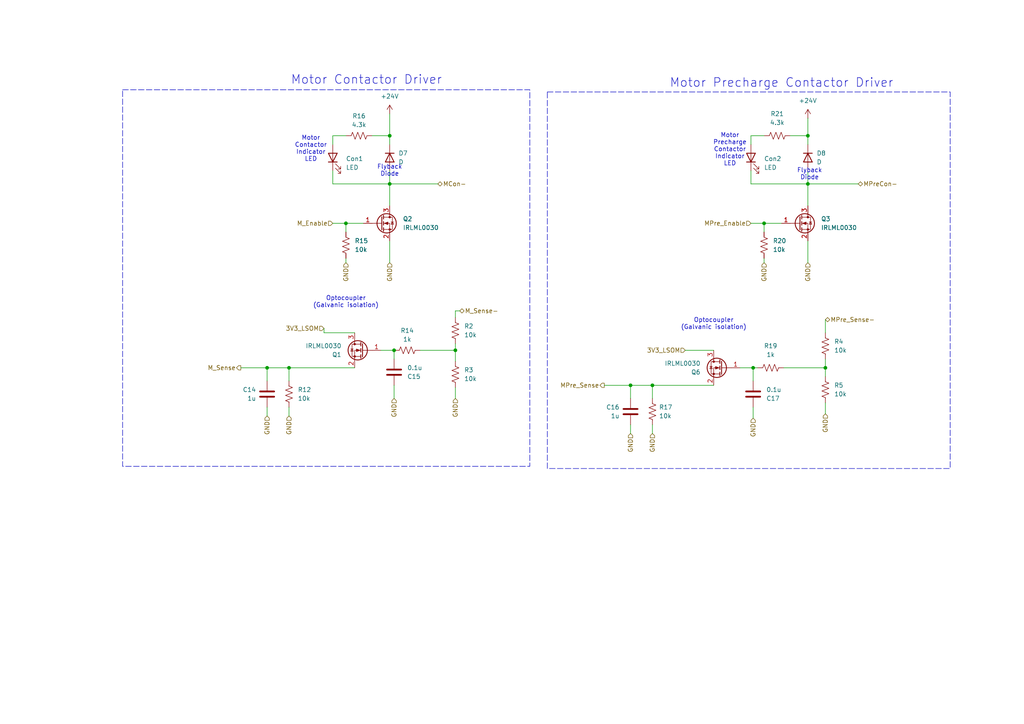
<source format=kicad_sch>
(kicad_sch (version 20250114) (generator "eeschema") (generator_version "9.0")
  (paper "A4")
  (lib_symbols
    (symbol "Device:C" (pin_numbers (hide yes)) (pin_names (offset 0.254))
      (property "Reference" "C" (at 0.635 2.54 0))
      (property "Value" "C" (at 0.635 -2.54 0))
      (symbol "C_0_1"
        (polyline (pts (xy -2.032 0.762) (xy 2.032 0.762)) (stroke (width 0.508)))
        (polyline (pts (xy -2.032 -0.762) (xy 2.032 -0.762)) (stroke (width 0.508)))
      )
      (symbol "C_1_1"
        (pin passive line (at 0 3.81 270) (length 2.794) (name "~") (number "1"))
        (pin passive line (at 0 -3.81 90) (length 2.794) (name "~") (number "2"))
      )
    )
    (symbol "Device:D" (pin_numbers (hide yes)) (pin_names (offset 1.016) (hide yes))
      (property "Reference" "D" (at 0 2.54 0))
      (property "Value" "D" (at 0 -2.54 0))
      (symbol "D_0_1"
        (polyline (pts (xy -1.27 1.27) (xy -1.27 -1.27)) (stroke (width 0.254)))
        (polyline (pts (xy 1.27 1.27) (xy 1.27 -1.27) (xy -1.27 0) (xy 1.27 1.27)) (stroke (width 0.254)))
        (polyline (pts (xy 1.27 0) (xy -1.27 0)))
      )
      (symbol "D_1_1"
        (pin passive line (at -3.81 0 0) (length 2.54) (name "K") (number "1"))
        (pin passive line (at 3.81 0 180) (length 2.54) (name "A") (number "2"))
      )
    )
    (symbol "Device:LED" (pin_numbers (hide yes)) (pin_names (offset 1.016) (hide yes))
      (property "Reference" "D" (at 0 2.54 0))
      (property "Value" "LED" (at 0 -2.54 0))
      (symbol "LED_0_1"
        (polyline (pts (xy -3.048 -0.762) (xy -4.572 -2.286) (xy -3.81 -2.286) (xy -4.572 -2.286) (xy -4.572 -1.524)))
        (polyline (pts (xy -1.778 -0.762) (xy -3.302 -2.286) (xy -2.54 -2.286) (xy -3.302 -2.286) (xy -3.302 -1.524)))
        (polyline (pts (xy -1.27 0) (xy 1.27 0)))
        (polyline (pts (xy -1.27 -1.27) (xy -1.27 1.27)) (stroke (width 0.254)))
        (polyline (pts (xy 1.27 -1.27) (xy 1.27 1.27) (xy -1.27 0) (xy 1.27 -1.27)) (stroke (width 0.254)))
      )
      (symbol "LED_1_1"
        (pin passive line (at -3.81 0 0) (length 2.54) (name "K") (number "1"))
        (pin passive line (at 3.81 0 180) (length 2.54) (name "A") (number "2"))
      )
    )
    (symbol "Device:R_US" (pin_numbers (hide yes)) (pin_names (offset 0))
      (property "Reference" "R" (at 2.54 0 90))
      (property "Value" "R_US" (at -2.54 0 90))
      (symbol "R_US_0_1"
        (polyline (pts (xy 0 2.286) (xy 0 2.54)))
        (polyline (pts (xy 0 2.286) (xy 1.016 1.905) (xy 0 1.524) (xy -1.016 1.143) (xy 0 0.762)))
        (polyline (pts (xy 0 0.762) (xy 1.016 0.381) (xy 0 0) (xy -1.016 -0.381) (xy 0 -0.762)))
        (polyline (pts (xy 0 -0.762) (xy 1.016 -1.143) (xy 0 -1.524) (xy -1.016 -1.905) (xy 0 -2.286)))
        (polyline (pts (xy 0 -2.286) (xy 0 -2.54)))
      )
      (symbol "R_US_1_1"
        (pin passive line (at 0 3.81 270) (length 1.27) (name "~") (number "1"))
        (pin passive line (at 0 -3.81 90) (length 1.27) (name "~") (number "2"))
      )
    )
    (symbol "Transistor_FET:IRLML0030" (pin_names (offset 0) (hide yes))
      (property "Reference" "Q" (at 5.08 1.905 0))
      (property "Value" "IRLML0030" (at 5.08 0 0))
      (symbol "IRLML0030_0_1"
        (polyline (pts (xy 0.254 1.905) (xy 0.254 -1.905)) (stroke (width 0.254)))
        (polyline (pts (xy 0.254 0) (xy -2.54 0)))
        (polyline (pts (xy 0.762 2.286) (xy 0.762 1.27)) (stroke (width 0.254)))
        (polyline (pts (xy 0.762 0.508) (xy 0.762 -0.508)) (stroke (width 0.254)))
        (polyline (pts (xy 0.762 -1.27) (xy 0.762 -2.286)) (stroke (width 0.254)))
        (polyline (pts (xy 0.762 -1.778) (xy 3.302 -1.778) (xy 3.302 1.778) (xy 0.762 1.778)))
        (polyline (pts (xy 1.016 0) (xy 2.032 0.381) (xy 2.032 -0.381) (xy 1.016 0)) (fill (type outline)))
        (circle (center 1.651 0) (radius 2.794) (stroke (width 0.254)))
        (polyline (pts (xy 2.54 2.54) (xy 2.54 1.778)))
        (circle (center 2.54 1.778) (radius 0.254) (fill (type outline)))
        (circle (center 2.54 -1.778) (radius 0.254) (fill (type outline)))
        (polyline (pts (xy 2.54 -2.54) (xy 2.54 0) (xy 0.762 0)))
        (polyline (pts (xy 2.921 0.381) (xy 3.683 0.381)))
        (polyline (pts (xy 3.302 0.381) (xy 2.921 -0.254) (xy 3.683 -0.254) (xy 3.302 0.381)))
      )
      (symbol "IRLML0030_1_1"
        (pin input line (at -5.08 0 0) (length 2.54) (name "G") (number "1"))
        (pin passive line (at 2.54 5.08 270) (length 2.54) (name "D") (number "3"))
        (pin passive line (at 2.54 -5.08 90) (length 2.54) (name "S") (number "2"))
      )
    )
    (symbol "power:+12V" (power) (pin_numbers (hide yes)) (pin_names (offset 0) (hide yes))
      (property "Value" "+12V" (at 0 3.556 0))
      (symbol "+12V_0_1"
        (polyline (pts (xy -0.762 1.27) (xy 0 2.54)))
        (polyline (pts (xy 0 2.54) (xy 0.762 1.27)))
        (polyline (pts (xy 0 0) (xy 0 2.54)))
      )
      (symbol "+12V_1_1"
        (pin power_in line (at 0 0 90) (length 0) (name "~") (number "1"))
      )
    )
  )
  (rectangle (start 35.56 26.035) (end 153.67 135.255) (stroke (width 0) (type dash)))
  (rectangle (start 158.75 26.67) (end 275.59 135.89) (stroke (width 0) (type dash)))
  (text "Motor Precharge Contactor Driver" (at 226.695 24.13 0) (effects (font (size 2.54 2.54))))
  (text "Optocoupler\n(Galvanic isolation)" (at 100.33 87.63 0) (effects (font (size 1.27 1.27))))
  (text "Motor\nContactor\nIndicator\nLED" (at 90.17 43.18 0) (effects (font (size 1.27 1.27))))
  (text "Motor Contactor Driver" (at 106.299 23.241 0) (effects (font (size 2.54 2.54))))
  (text "Flyback\nDiode" (at 234.823 50.546 0) (effects (font (size 1.27 1.27))))
  (text "Motor\nPrecharge\nContactor\nIndicator\nLED" (at 211.709 43.434 0) (effects (font (size 1.27 1.27))))
  (text "Optocoupler\n(Galvanic isolation)" (at 207.01 93.98 0) (effects (font (size 1.27 1.27))))
  (text "Flyback\nDiode" (at 113.03 49.53 0) (effects (font (size 1.27 1.27))))
  (junction (at 114.3 101.6))
  (junction (at 189.23 111.76))
  (junction (at 221.615 64.77))
  (junction (at 113.03 53.34))
  (junction (at 182.88 111.76))
  (junction (at 83.82 106.68))
  (junction (at 234.315 53.34))
  (junction (at 239.395 106.68))
  (junction (at 218.44 106.68))
  (junction (at 234.315 39.37))
  (junction (at 132.08 101.6))
  (junction (at 100.33 64.77))
  (junction (at 77.47 106.68))
  (junction (at 113.03 39.37))
  (wire (pts (xy 93.98 95.25) (xy 93.98 96.52)))
  (wire (pts (xy 234.315 53.34) (xy 234.315 59.69)))
  (wire (pts (xy 175.26 111.76) (xy 182.88 111.76)))
  (wire (pts (xy 229.235 39.37) (xy 234.315 39.37)))
  (wire (pts (xy 217.805 64.77) (xy 221.615 64.77)))
  (wire (pts (xy 107.95 39.37) (xy 113.03 39.37)))
  (wire (pts (xy 77.47 118.11) (xy 77.47 120.65)))
  (wire (pts (xy 132.08 115.57) (xy 132.08 112.395)))
  (wire (pts (xy 239.395 106.68) (xy 239.395 109.22)))
  (wire (pts (xy 189.23 123.19) (xy 189.23 125.73)))
  (wire (pts (xy 96.52 39.37) (xy 100.33 39.37)))
  (wire (pts (xy 113.03 53.34) (xy 127 53.34)))
  (wire (pts (xy 239.395 92.71) (xy 239.395 96.52)))
  (wire (pts (xy 102.87 96.52) (xy 93.98 96.52)))
  (wire (pts (xy 189.23 111.76) (xy 189.23 115.57)))
  (wire (pts (xy 77.47 106.68) (xy 83.82 106.68)))
  (wire (pts (xy 113.03 53.34) (xy 113.03 59.69)))
  (wire (pts (xy 114.3 111.76) (xy 114.3 115.57)))
  (wire (pts (xy 77.47 106.68) (xy 77.47 110.49)))
  (wire (pts (xy 217.805 39.37) (xy 221.615 39.37)))
  (wire (pts (xy 218.44 106.68) (xy 218.44 110.49)))
  (wire (pts (xy 100.33 67.31) (xy 100.33 64.77)))
  (wire (pts (xy 234.315 49.53) (xy 234.315 53.34)))
  (wire (pts (xy 234.315 39.37) (xy 234.315 41.91)))
  (wire (pts (xy 132.08 90.17) (xy 132.08 92.075)))
  (wire (pts (xy 198.755 101.6) (xy 207.01 101.6)))
  (wire (pts (xy 234.315 69.85) (xy 234.315 76.2)))
  (wire (pts (xy 132.08 90.17) (xy 133.35 90.17)))
  (wire (pts (xy 83.82 106.68) (xy 102.87 106.68)))
  (wire (pts (xy 218.44 118.11) (xy 218.44 121.285)))
  (wire (pts (xy 234.315 34.29) (xy 234.315 39.37)))
  (wire (pts (xy 113.03 49.53) (xy 113.03 53.34)))
  (wire (pts (xy 189.23 111.76) (xy 207.01 111.76)))
  (wire (pts (xy 239.395 104.14) (xy 239.395 106.68)))
  (wire (pts (xy 182.88 111.76) (xy 182.88 115.57)))
  (wire (pts (xy 96.52 39.37) (xy 96.52 41.91)))
  (wire (pts (xy 83.82 118.11) (xy 83.82 120.65)))
  (wire (pts (xy 69.85 106.68) (xy 77.47 106.68)))
  (wire (pts (xy 110.49 101.6) (xy 114.3 101.6)))
  (wire (pts (xy 182.88 111.76) (xy 189.23 111.76)))
  (wire (pts (xy 132.08 99.695) (xy 132.08 101.6)))
  (wire (pts (xy 113.03 69.85) (xy 113.03 76.2)))
  (wire (pts (xy 221.615 67.31) (xy 221.615 64.77)))
  (wire (pts (xy 221.615 74.93) (xy 221.615 76.2)))
  (wire (pts (xy 96.52 53.34) (xy 113.03 53.34)))
  (wire (pts (xy 96.52 64.77) (xy 100.33 64.77)))
  (wire (pts (xy 132.08 101.6) (xy 121.92 101.6)))
  (wire (pts (xy 182.88 123.19) (xy 182.88 125.73)))
  (wire (pts (xy 100.33 64.77) (xy 105.41 64.77)))
  (wire (pts (xy 217.805 39.37) (xy 217.805 41.91)))
  (wire (pts (xy 113.03 33.02) (xy 113.03 39.37)))
  (wire (pts (xy 217.805 49.53) (xy 217.805 53.34)))
  (wire (pts (xy 114.3 101.6) (xy 114.3 104.14)))
  (wire (pts (xy 113.03 39.37) (xy 113.03 41.91)))
  (wire (pts (xy 214.63 106.68) (xy 218.44 106.68)))
  (wire (pts (xy 132.08 104.775) (xy 132.08 101.6)))
  (wire (pts (xy 227.33 106.68) (xy 239.395 106.68)))
  (wire (pts (xy 234.315 53.34) (xy 248.92 53.34)))
  (wire (pts (xy 221.615 64.77) (xy 226.695 64.77)))
  (wire (pts (xy 218.44 106.68) (xy 219.71 106.68)))
  (wire (pts (xy 96.52 49.53) (xy 96.52 53.34)))
  (wire (pts (xy 83.82 106.68) (xy 83.82 110.49)))
  (wire (pts (xy 239.395 116.84) (xy 239.395 120.015)))
  (wire (pts (xy 100.33 74.93) (xy 100.33 76.2)))
  (wire (pts (xy 217.805 53.34) (xy 234.315 53.34)))
  (hierarchical_label "GND" (shape input) (at 239.395 120.015 270))
  (hierarchical_label "GND" (shape input) (at 114.3 115.57 270))
  (hierarchical_label "3V3_LSOM" (shape input) (at 198.755 101.6 180))
  (hierarchical_label "MPre_Enable" (shape input) (at 217.805 64.77 180))
  (hierarchical_label "GND" (shape input) (at 221.615 76.2 270))
  (hierarchical_label "GND" (shape input) (at 100.33 76.2 270))
  (hierarchical_label "GND" (shape input) (at 234.315 76.2 270))
  (hierarchical_label "GND" (shape input) (at 182.88 125.73 270))
  (hierarchical_label "GND" (shape input) (at 189.23 125.73 270))
  (hierarchical_label "GND" (shape input) (at 83.82 120.65 270))
  (hierarchical_label "GND" (shape input) (at 77.47 120.65 270))
  (hierarchical_label "MPre_Sense-" (shape bidirectional) (at 239.395 92.71 0))
  (hierarchical_label "MPre_Sense" (shape output) (at 175.26 111.76 180))
  (hierarchical_label "GND" (shape input) (at 218.44 121.285 270))
  (hierarchical_label "M_Enable" (shape input) (at 96.52 64.77 180))
  (hierarchical_label "MCon-" (shape bidirectional) (at 127 53.34 0))
  (hierarchical_label "GND" (shape input) (at 113.03 76.2 270))
  (hierarchical_label "MPreCon-" (shape bidirectional) (at 248.92 53.34 0))
  (hierarchical_label "M_Sense" (shape output) (at 69.85 106.68 180))
  (hierarchical_label "M_Sense-" (shape bidirectional) (at 133.35 90.17 0))
  (hierarchical_label "GND" (shape input) (at 132.08 115.57 270))
  (hierarchical_label "3V3_LSOM" (shape input) (at 93.98 95.25 180))
  (symbol (lib_id "Device:R_US") (at 118.11 101.6 270) (unit 1)
    (property "Reference" "R14" (at 118.11 95.885 90))
    (property "Value" "1k" (at 118.11 98.425 90))
    (property "Footprint" "Resistor_SMD:R_0603_1608Metric_Pad0.98x0.95mm_HandSolder" (effects (hide yes)))
    (property "Description" "Resistor, US symbol" (effects (hide yes)))
    (property "P/N" "CRCW06031K00FKEI" (effects (hide yes)))
    (property "Mouser Part Number" "71-CRCW06031K00FKEI" (effects (hide yes)))
  )
  (symbol (lib_id "Device:R_US") (at 83.82 114.3 0) (unit 1)
    (property "Reference" "R12" (at 86.36 113.0299 0) (effects (justify left)))
    (property "Value" "10k" (at 86.36 115.5699 0) (effects (justify left)))
    (property "Footprint" "Resistor_SMD:R_0603_1608Metric_Pad0.98x0.95mm_HandSolder" (effects (hide yes)))
    (property "Description" "Resistor, US symbol" (effects (hide yes)))
    (property "P/N" "CRCW060310K0FKEI" (effects (hide yes)))
    (property "Mouser Part Number" "71-CRCW060310K0FKEI" (effects (hide yes)))
  )
  (symbol (lib_id "Device:R_US") (at 100.33 71.12 0) (unit 1)
    (property "Reference" "R15" (at 102.87 69.8499 0) (effects (justify left)))
    (property "Value" "10k" (at 102.87 72.3899 0) (effects (justify left)))
    (property "Footprint" "Resistor_SMD:R_0603_1608Metric_Pad0.98x0.95mm_HandSolder" (effects (hide yes)))
    (property "Description" "Resistor, US symbol" (effects (hide yes)))
    (property "P/N" "CRCW060310K0FKEI" (effects (hide yes)))
    (property "Mouser Part Number" "71-CRCW060310K0FKEI" (effects (hide yes)))
  )
  (symbol (lib_id "Device:C") (at 77.47 114.3 0) (mirror x) (unit 1)
    (property "Reference" "C14" (at 74.295 113.0299 0) (effects (justify right)))
    (property "Value" "1u" (at 74.295 115.5699 0) (effects (justify right)))
    (property "Footprint" "Capacitor_SMD:C_0603_1608Metric_Pad1.08x0.95mm_HandSolder" (effects (hide yes)))
    (property "Description" "Unpolarized capacitor" (effects (hide yes)))
    (property "P/N" "UMK107BJ105KA-T" (effects (hide yes)))
    (property "Mouser Part Number" "963-UMK107BJ105KA-T" (effects (hide yes)))
  )
  (symbol (lib_id "Device:R_US") (at 225.425 39.37 90) (unit 1)
    (property "Reference" "R21" (at 225.425 33.02 90))
    (property "Value" "4.3k" (at 225.425 35.56 90))
    (property "Footprint" "Resistor_SMD:R_0603_1608Metric_Pad0.98x0.95mm_HandSolder" (effects (hide yes)))
    (property "Description" "Resistor, US symbol" (effects (hide yes)))
    (property "P/N" " CRCW06034K30FKEA" (effects (hide yes)))
    (property "Mouser Part Number" "71-CRCW0603-4.3K-E3" (effects (hide yes)))
  )
  (symbol (lib_id "Device:R_US") (at 189.23 119.38 0) (unit 1)
    (property "Reference" "R17" (at 191.135 118.1099 0) (effects (justify left)))
    (property "Value" "10k" (at 191.135 120.6499 0) (effects (justify left)))
    (property "Footprint" "Resistor_SMD:R_0603_1608Metric_Pad0.98x0.95mm_HandSolder" (effects (hide yes)))
    (property "Description" "Resistor, US symbol" (effects (hide yes)))
    (property "P/N" "CRCW060310K0FKEI" (effects (hide yes)))
    (property "Mouser Part Number" "71-CRCW060310K0FKEI" (effects (hide yes)))
  )
  (symbol (lib_id "Device:R_US") (at 239.395 100.33 0) (unit 1)
    (property "Reference" "R4" (at 241.935 99.0599 0) (effects (justify left)))
    (property "Value" "10k" (at 241.935 101.5999 0) (effects (justify left)))
    (property "Footprint" "Resistor_SMD:R_0603_1608Metric_Pad0.98x0.95mm_HandSolder" (effects (hide yes)))
    (property "Description" "Resistor, US symbol" (effects (hide yes)))
    (property "P/N" "CRCW06031K00FKEI" (effects (hide yes)))
    (property "Mouser Part Number" "71-CRCW06031K00FKEI" (effects (hide yes)))
  )
  (symbol (lib_id "Device:C") (at 182.88 119.38 0) (mirror x) (unit 1)
    (property "Reference" "C16" (at 179.705 118.1099 0) (effects (justify right)))
    (property "Value" "1u" (at 179.705 120.6499 0) (effects (justify right)))
    (property "Footprint" "Capacitor_SMD:C_0603_1608Metric_Pad1.08x0.95mm_HandSolder" (effects (hide yes)))
    (property "Description" "Unpolarized capacitor" (effects (hide yes)))
    (property "P/N" "UMK107BJ105KA-T" (effects (hide yes)))
    (property "Mouser Part Number" "963-UMK107BJ105KA-T" (effects (hide yes)))
  )
  (symbol (lib_id "Device:D") (at 113.03 45.72 270) (unit 1)
    (property "Reference" "D7" (at 115.57 44.4499 90) (effects (justify left)))
    (property "Value" "D" (at 115.57 46.9899 90) (effects (justify left)))
    (property "Footprint" "UTSVT_Passives:SODFL4724X108N" (effects (hide yes)))
    (property "Description" "Diode" (effects (hide yes)))
    (property "Sim.Device" "D" (effects (hide yes)))
    (property "Sim.Pins" "1=K 2=A" (effects (hide yes)))
    (property "P/N" "XL-1608UBC-06A" (effects (hide yes)))
  )
  (symbol (lib_id "Device:R_US") (at 223.52 106.68 270) (unit 1)
    (property "Reference" "R19" (at 223.52 100.33 90))
    (property "Value" "1k" (at 223.52 102.87 90))
    (property "Footprint" "Resistor_SMD:R_0603_1608Metric_Pad0.98x0.95mm_HandSolder" (effects (hide yes)))
    (property "Description" "Resistor, US symbol" (effects (hide yes)))
    (property "P/N" "CRCW06031K00FKEI" (effects (hide yes)))
    (property "Mouser Part Number" "71-CRCW06031K00FKEI" (effects (hide yes)))
  )
  (symbol (lib_id "power:+12V") (at 113.03 33.02 0) (unit 1)
    (property "Reference" "#PWR055" (effects (hide yes)))
    (property "Value" "+24V" (at 113.03 27.94 0))
    (property "Description" "Power symbol creates a global label with name \"+12V\"" (effects (hide yes)))
  )
  (symbol (lib_id "Device:LED") (at 217.805 45.72 90) (unit 1)
    (property "Reference" "Con2" (at 221.615 46.0374 90) (effects (justify right)))
    (property "Value" "LED" (at 221.615 48.5774 90) (effects (justify right)))
    (property "Footprint" "LED_SMD:LED_0603_1608Metric_Pad1.05x0.95mm_HandSolder" (effects (hide yes)))
    (property "Description" "Light emitting diode" (effects (hide yes)))
    (property "Sim.Pins" "1=K 2=A" (effects (hide yes)))
    (property "P/N" "XL-1608UBC-06A" (effects (hide yes)))
  )
  (symbol (lib_id "Device:C") (at 114.3 107.95 0) (mirror x) (unit 1)
    (property "Reference" "C15" (at 118.11 109.2201 0) (effects (justify left)))
    (property "Value" "0.1u" (at 118.11 106.6801 0) (effects (justify left)))
    (property "Footprint" "Capacitor_SMD:C_0603_1608Metric_Pad1.08x0.95mm_HandSolder" (effects (hide yes)))
    (property "Description" "Unpolarized capacitor" (effects (hide yes)))
    (property "P/N" "HMK107B7104KA-T" (effects (hide yes)))
    (property "Mouser Part Number" "963-HMK107B7104KA-T" (effects (hide yes)))
  )
  (symbol (lib_id "Device:R_US") (at 132.08 108.585 0) (unit 1)
    (property "Reference" "R3" (at 134.62 107.3149 0) (effects (justify left)))
    (property "Value" "10k" (at 134.62 109.8549 0) (effects (justify left)))
    (property "Footprint" "Resistor_SMD:R_0603_1608Metric_Pad0.98x0.95mm_HandSolder" (effects (hide yes)))
    (property "Description" "Resistor, US symbol" (effects (hide yes)))
    (property "P/N" "CRCW06031K00FKEI" (effects (hide yes)))
    (property "Mouser Part Number" "71-CRCW06031K00FKEI" (effects (hide yes)))
  )
  (symbol (lib_id "Transistor_FET:IRLML0030") (at 105.41 101.6 0) (mirror y) (unit 1)
    (property "Reference" "Q1" (at 99.06 102.8701 0) (effects (justify left)))
    (property "Value" "IRLML0030" (at 99.06 100.3301 0) (effects (justify left)))
    (property "Footprint" "Package_TO_SOT_SMD:SOT-23" (effects (hide yes)))
    (property "Datasheet" "https://www.infineon.com/dgdl/irlml0030pbf.pdf?fileId=5546d462533600a401535664773825df" (effects (hide yes)))
    (property "Description" "5.3A Id, 30V Vds, 27mOhm Rds, N-Channel HEXFET Power MOSFET, SOT-23" (effects (hide yes)))
    (property "P/N" "IRLML0030TRPBF" (effects (hide yes)))
    (property "Mouser Part Number" " 942-IRLML0030TRPBF" (effects (hide yes)))
  )
  (symbol (lib_id "Transistor_FET:IRLML0030") (at 231.775 64.77 0) (unit 1)
    (property "Reference" "Q3" (at 238.125 63.4999 0) (effects (justify left)))
    (property "Value" "IRLML0030" (at 238.125 66.0399 0) (effects (justify left)))
    (property "Footprint" "Package_TO_SOT_SMD:SOT-23" (effects (hide yes)))
    (property "Datasheet" "https://www.infineon.com/dgdl/irlml0030pbf.pdf?fileId=5546d462533600a401535664773825df" (effects (hide yes)))
    (property "Description" "5.3A Id, 30V Vds, 27mOhm Rds, N-Channel HEXFET Power MOSFET, SOT-23" (effects (hide yes)))
    (property "P/N" "IRLML0030TRPBF" (effects (hide yes)))
    (property "Mouser Part Number" " 942-IRLML0030TRPBF" (effects (hide yes)))
  )
  (symbol (lib_id "Device:R_US") (at 104.14 39.37 90) (unit 1)
    (property "Reference" "R16" (at 104.14 33.655 90))
    (property "Value" "4.3k" (at 104.14 36.195 90))
    (property "Footprint" "Resistor_SMD:R_0603_1608Metric_Pad0.98x0.95mm_HandSolder" (effects (hide yes)))
    (property "Description" "Resistor, US symbol" (effects (hide yes)))
    (property "P/N" " CRCW06034K30FKEA" (effects (hide yes)))
    (property "Mouser Part Number" "71-CRCW0603-4.3K-E3" (effects (hide yes)))
  )
  (symbol (lib_id "Device:R_US") (at 132.08 95.885 0) (unit 1)
    (property "Reference" "R2" (at 134.62 94.6149 0) (effects (justify left)))
    (property "Value" "10k" (at 134.62 97.1549 0) (effects (justify left)))
    (property "Footprint" "Resistor_SMD:R_0603_1608Metric_Pad0.98x0.95mm_HandSolder" (effects (hide yes)))
    (property "Description" "Resistor, US symbol" (effects (hide yes)))
    (property "P/N" "CRCW06031K00FKEI" (effects (hide yes)))
    (property "Mouser Part Number" "71-CRCW06031K00FKEI" (effects (hide yes)))
  )
  (symbol (lib_id "Device:R_US") (at 221.615 71.12 0) (unit 1)
    (property "Reference" "R20" (at 224.155 69.8499 0) (effects (justify left)))
    (property "Value" "10k" (at 224.155 72.3899 0) (effects (justify left)))
    (property "Footprint" "Resistor_SMD:R_0603_1608Metric_Pad0.98x0.95mm_HandSolder" (effects (hide yes)))
    (property "Description" "Resistor, US symbol" (effects (hide yes)))
    (property "P/N" "CRCW060310K0FKEI" (effects (hide yes)))
    (property "Mouser Part Number" "71-CRCW060310K0FKEI" (effects (hide yes)))
  )
  (symbol (lib_id "power:+12V") (at 234.315 34.29 0) (unit 1)
    (property "Reference" "#PWR058" (effects (hide yes)))
    (property "Value" "+24V" (at 234.315 29.21 0))
    (property "Description" "Power symbol creates a global label with name \"+12V\"" (effects (hide yes)))
  )
  (symbol (lib_id "Transistor_FET:IRLML0030") (at 209.55 106.68 0) (mirror y) (unit 1)
    (property "Reference" "Q6" (at 203.2 107.9501 0) (effects (justify left)))
    (property "Value" "IRLML0030" (at 203.2 105.4101 0) (effects (justify left)))
    (property "Footprint" "Package_TO_SOT_SMD:SOT-23" (effects (hide yes)))
    (property "Datasheet" "https://www.infineon.com/dgdl/irlml0030pbf.pdf?fileId=5546d462533600a401535664773825df" (effects (hide yes)))
    (property "Description" "5.3A Id, 30V Vds, 27mOhm Rds, N-Channel HEXFET Power MOSFET, SOT-23" (effects (hide yes)))
    (property "P/N" "IRLML0030TRPBF" (effects (hide yes)))
    (property "Mouser Part Number" " 942-IRLML0030TRPBF" (effects (hide yes)))
  )
  (symbol (lib_id "Device:LED") (at 96.52 45.72 90) (unit 1)
    (property "Reference" "Con1" (at 100.33 46.0374 90) (effects (justify right)))
    (property "Value" "LED" (at 100.33 48.5774 90) (effects (justify right)))
    (property "Footprint" "LED_SMD:LED_0603_1608Metric_Pad1.05x0.95mm_HandSolder" (effects (hide yes)))
    (property "Description" "Light emitting diode" (effects (hide yes)))
    (property "Sim.Pins" "1=K 2=A" (effects (hide yes)))
    (property "P/N" "XL-1608UBC-06A" (effects (hide yes)))
  )
  (symbol (lib_id "Device:C") (at 218.44 114.3 0) (mirror x) (unit 1)
    (property "Reference" "C17" (at 222.25 115.5701 0) (effects (justify left)))
    (property "Value" "0.1u" (at 222.25 113.0301 0) (effects (justify left)))
    (property "Footprint" "Capacitor_SMD:C_0603_1608Metric_Pad1.08x0.95mm_HandSolder" (effects (hide yes)))
    (property "Description" "Unpolarized capacitor" (effects (hide yes)))
    (property "P/N" "HMK107B7104KA-T" (effects (hide yes)))
    (property "Mouser Part Number" "963-HMK107B7104KA-T" (effects (hide yes)))
  )
  (symbol (lib_id "Transistor_FET:IRLML0030") (at 110.49 64.77 0) (unit 1)
    (property "Reference" "Q2" (at 116.84 63.4999 0) (effects (justify left)))
    (property "Value" "IRLML0030" (at 116.84 66.0399 0) (effects (justify left)))
    (property "Footprint" "Package_TO_SOT_SMD:SOT-23" (effects (hide yes)))
    (property "Datasheet" "https://www.infineon.com/dgdl/irlml0030pbf.pdf?fileId=5546d462533600a401535664773825df" (effects (hide yes)))
    (property "Description" "5.3A Id, 30V Vds, 27mOhm Rds, N-Channel HEXFET Power MOSFET, SOT-23" (effects (hide yes)))
    (property "P/N" "IRLML0030TRPBF" (effects (hide yes)))
    (property "Mouser Part Number" " 942-IRLML0030TRPBF" (effects (hide yes)))
  )
  (symbol (lib_id "Device:R_US") (at 239.395 113.03 0) (unit 1)
    (property "Reference" "R5" (at 241.935 111.7599 0) (effects (justify left)))
    (property "Value" "10k" (at 241.935 114.2999 0) (effects (justify left)))
    (property "Footprint" "Resistor_SMD:R_0603_1608Metric_Pad0.98x0.95mm_HandSolder" (effects (hide yes)))
    (property "Description" "Resistor, US symbol" (effects (hide yes)))
    (property "P/N" "CRCW06031K00FKEI" (effects (hide yes)))
    (property "Mouser Part Number" "71-CRCW06031K00FKEI" (effects (hide yes)))
  )
  (symbol (lib_id "Device:D") (at 234.315 45.72 270) (unit 1)
    (property "Reference" "D8" (at 236.855 44.4499 90) (effects (justify left)))
    (property "Value" "D" (at 236.855 46.9899 90) (effects (justify left)))
    (property "Footprint" "UTSVT_Passives:SODFL4724X108N" (effects (hide yes)))
    (property "Description" "Diode" (effects (hide yes)))
    (property "Sim.Device" "D" (effects (hide yes)))
    (property "Sim.Pins" "1=K 2=A" (effects (hide yes)))
    (property "P/N" "XL-1608UBC-06A" (effects (hide yes)))
  )
)
</source>
